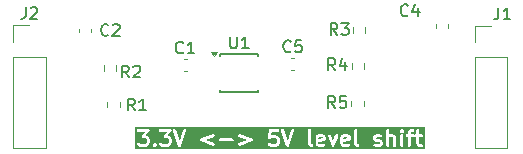
<source format=gbr>
%TF.GenerationSoftware,KiCad,Pcbnew,9.0.7*%
%TF.CreationDate,2026-02-08T14:26:31+09:00*%
%TF.ProjectId,level_shifter,6c657665-6c5f-4736-9869-667465722e6b,rev?*%
%TF.SameCoordinates,Original*%
%TF.FileFunction,Legend,Top*%
%TF.FilePolarity,Positive*%
%FSLAX46Y46*%
G04 Gerber Fmt 4.6, Leading zero omitted, Abs format (unit mm)*
G04 Created by KiCad (PCBNEW 9.0.7) date 2026-02-08 14:26:31*
%MOMM*%
%LPD*%
G01*
G04 APERTURE LIST*
%ADD10C,0.250000*%
%ADD11C,0.150000*%
%ADD12C,0.120000*%
G04 APERTURE END LIST*
D10*
G36*
X187168921Y-109926311D02*
G01*
X187195280Y-109979028D01*
X186829949Y-110052094D01*
X186829949Y-109986460D01*
X186860022Y-109926311D01*
X186920172Y-109896238D01*
X187108773Y-109896238D01*
X187168921Y-109926311D01*
G37*
G36*
X189273683Y-109926311D02*
G01*
X189300042Y-109979028D01*
X188934711Y-110052094D01*
X188934711Y-109986460D01*
X188964784Y-109926311D01*
X189024934Y-109896238D01*
X189213535Y-109896238D01*
X189273683Y-109926311D01*
G37*
G36*
X195824371Y-110907348D02*
G01*
X171333145Y-110907348D01*
X171333145Y-109313518D01*
X171477589Y-109313518D01*
X171477589Y-109362290D01*
X171496253Y-109407350D01*
X171530741Y-109441838D01*
X171575801Y-109460502D01*
X171600187Y-109462904D01*
X172129478Y-109462904D01*
X171877543Y-109750829D01*
X171870007Y-109761369D01*
X171867681Y-109763696D01*
X171866767Y-109765901D01*
X171863292Y-109770763D01*
X171856785Y-109790001D01*
X171849017Y-109808756D01*
X171849017Y-109812969D01*
X171847666Y-109816964D01*
X171849017Y-109837225D01*
X171849017Y-109857528D01*
X171850630Y-109861423D01*
X171850911Y-109865630D01*
X171859910Y-109883828D01*
X171867681Y-109902588D01*
X171870662Y-109905569D01*
X171872531Y-109909348D01*
X171887811Y-109922718D01*
X171902169Y-109937076D01*
X171906063Y-109938689D01*
X171909236Y-109941465D01*
X171928474Y-109947971D01*
X171947229Y-109955740D01*
X171953173Y-109956325D01*
X171955437Y-109957091D01*
X171958721Y-109956871D01*
X171971615Y-109958142D01*
X172127822Y-109958142D01*
X172207094Y-109997778D01*
X172240312Y-110030996D01*
X172279949Y-110110269D01*
X172279949Y-110360777D01*
X172240312Y-110440051D01*
X172207095Y-110473267D01*
X172127821Y-110512904D01*
X171815410Y-110512904D01*
X171736134Y-110473266D01*
X171688575Y-110425707D01*
X171669633Y-110410162D01*
X171624574Y-110391497D01*
X171575800Y-110391497D01*
X171530741Y-110410162D01*
X171496254Y-110444649D01*
X171477589Y-110489708D01*
X171477589Y-110538482D01*
X171496254Y-110583541D01*
X171511799Y-110602483D01*
X171573704Y-110664388D01*
X171583289Y-110672254D01*
X171585453Y-110674749D01*
X171589214Y-110677117D01*
X171592646Y-110679933D01*
X171595692Y-110681194D01*
X171606191Y-110687804D01*
X171729999Y-110749707D01*
X171752885Y-110758465D01*
X171757365Y-110758783D01*
X171761515Y-110760502D01*
X171785901Y-110762904D01*
X172157330Y-110762904D01*
X172181716Y-110760502D01*
X172185864Y-110758783D01*
X172190346Y-110758465D01*
X172213231Y-110749708D01*
X172337040Y-110687804D01*
X172347539Y-110681194D01*
X172350585Y-110679933D01*
X172354014Y-110677118D01*
X172357777Y-110674750D01*
X172359941Y-110672254D01*
X172369527Y-110664388D01*
X172431432Y-110602483D01*
X172439298Y-110592897D01*
X172441793Y-110590734D01*
X172444160Y-110586972D01*
X172446977Y-110583541D01*
X172448239Y-110580493D01*
X172454847Y-110569997D01*
X172464039Y-110551614D01*
X172777589Y-110551614D01*
X172777589Y-110600388D01*
X172796254Y-110645447D01*
X172796258Y-110645451D01*
X172811799Y-110664388D01*
X172873702Y-110726292D01*
X172892644Y-110741837D01*
X172892645Y-110741838D01*
X172903898Y-110746499D01*
X172937703Y-110760502D01*
X172937704Y-110760502D01*
X172937705Y-110760502D01*
X172986477Y-110760502D01*
X173031537Y-110741838D01*
X173031538Y-110741837D01*
X173050479Y-110726293D01*
X173112384Y-110664389D01*
X173127929Y-110645447D01*
X173146594Y-110600388D01*
X173146594Y-110551614D01*
X173143019Y-110542984D01*
X173136026Y-110526100D01*
X173127930Y-110506555D01*
X173127928Y-110506553D01*
X173112384Y-110487612D01*
X173050479Y-110425707D01*
X173031542Y-110410166D01*
X173031537Y-110410161D01*
X172998044Y-110396288D01*
X172986478Y-110391497D01*
X172986477Y-110391497D01*
X172937703Y-110391497D01*
X172911308Y-110402430D01*
X172892645Y-110410161D01*
X172892644Y-110410162D01*
X172873702Y-110425707D01*
X172811798Y-110487612D01*
X172796253Y-110506554D01*
X172788157Y-110526100D01*
X172781164Y-110542984D01*
X172777589Y-110551614D01*
X172464039Y-110551614D01*
X172516752Y-110446187D01*
X172525510Y-110423301D01*
X172525828Y-110418819D01*
X172527547Y-110414671D01*
X172529949Y-110390285D01*
X172529949Y-110080761D01*
X172527547Y-110056375D01*
X172525828Y-110052226D01*
X172525510Y-110047745D01*
X172516752Y-110024859D01*
X172454847Y-109901050D01*
X172448239Y-109890553D01*
X172446977Y-109887506D01*
X172444160Y-109884074D01*
X172441793Y-109880313D01*
X172439298Y-109878149D01*
X172431432Y-109868564D01*
X172369527Y-109806659D01*
X172359941Y-109798792D01*
X172357778Y-109796298D01*
X172354016Y-109793930D01*
X172350585Y-109791114D01*
X172347537Y-109789851D01*
X172337041Y-109783244D01*
X172228749Y-109729097D01*
X172499021Y-109420217D01*
X172506556Y-109409676D01*
X172508883Y-109407350D01*
X172509796Y-109405144D01*
X172513272Y-109400283D01*
X172519778Y-109381044D01*
X172527547Y-109362290D01*
X172527547Y-109358076D01*
X172528898Y-109354082D01*
X172527547Y-109333820D01*
X172527547Y-109313518D01*
X173334732Y-109313518D01*
X173334732Y-109362290D01*
X173353396Y-109407350D01*
X173387884Y-109441838D01*
X173432944Y-109460502D01*
X173457330Y-109462904D01*
X173986621Y-109462904D01*
X173734686Y-109750829D01*
X173727150Y-109761369D01*
X173724824Y-109763696D01*
X173723910Y-109765901D01*
X173720435Y-109770763D01*
X173713928Y-109790001D01*
X173706160Y-109808756D01*
X173706160Y-109812969D01*
X173704809Y-109816964D01*
X173706160Y-109837225D01*
X173706160Y-109857528D01*
X173707773Y-109861423D01*
X173708054Y-109865630D01*
X173717053Y-109883828D01*
X173724824Y-109902588D01*
X173727805Y-109905569D01*
X173729674Y-109909348D01*
X173744954Y-109922718D01*
X173759312Y-109937076D01*
X173763206Y-109938689D01*
X173766379Y-109941465D01*
X173785617Y-109947971D01*
X173804372Y-109955740D01*
X173810316Y-109956325D01*
X173812580Y-109957091D01*
X173815864Y-109956871D01*
X173828758Y-109958142D01*
X173984965Y-109958142D01*
X174064237Y-109997778D01*
X174097455Y-110030996D01*
X174137092Y-110110269D01*
X174137092Y-110360777D01*
X174097455Y-110440051D01*
X174064238Y-110473267D01*
X173984964Y-110512904D01*
X173672553Y-110512904D01*
X173593277Y-110473266D01*
X173545718Y-110425707D01*
X173526776Y-110410162D01*
X173481717Y-110391497D01*
X173432943Y-110391497D01*
X173387884Y-110410162D01*
X173353397Y-110444649D01*
X173334732Y-110489708D01*
X173334732Y-110538482D01*
X173353397Y-110583541D01*
X173368942Y-110602483D01*
X173430847Y-110664388D01*
X173440432Y-110672254D01*
X173442596Y-110674749D01*
X173446357Y-110677117D01*
X173449789Y-110679933D01*
X173452835Y-110681194D01*
X173463334Y-110687804D01*
X173587142Y-110749707D01*
X173610028Y-110758465D01*
X173614508Y-110758783D01*
X173618658Y-110760502D01*
X173643044Y-110762904D01*
X174014473Y-110762904D01*
X174038859Y-110760502D01*
X174043007Y-110758783D01*
X174047489Y-110758465D01*
X174070374Y-110749708D01*
X174194183Y-110687804D01*
X174204682Y-110681194D01*
X174207728Y-110679933D01*
X174211157Y-110677118D01*
X174214920Y-110674750D01*
X174217084Y-110672254D01*
X174226670Y-110664388D01*
X174288575Y-110602483D01*
X174296441Y-110592897D01*
X174298936Y-110590734D01*
X174301303Y-110586972D01*
X174304120Y-110583541D01*
X174305382Y-110580493D01*
X174311990Y-110569997D01*
X174373895Y-110446187D01*
X174382653Y-110423301D01*
X174382971Y-110418819D01*
X174384690Y-110414671D01*
X174387092Y-110390285D01*
X174387092Y-110080761D01*
X174384690Y-110056375D01*
X174382971Y-110052226D01*
X174382653Y-110047745D01*
X174373895Y-110024859D01*
X174311990Y-109901050D01*
X174305382Y-109890553D01*
X174304120Y-109887506D01*
X174301303Y-109884074D01*
X174298936Y-109880313D01*
X174296441Y-109878149D01*
X174288575Y-109868564D01*
X174226670Y-109806659D01*
X174217084Y-109798792D01*
X174214921Y-109796298D01*
X174211159Y-109793930D01*
X174207728Y-109791114D01*
X174204680Y-109789851D01*
X174194184Y-109783244D01*
X174085892Y-109729097D01*
X174356164Y-109420217D01*
X174363699Y-109409676D01*
X174366026Y-109407350D01*
X174366939Y-109405144D01*
X174370415Y-109400283D01*
X174376921Y-109381044D01*
X174384690Y-109362290D01*
X174384690Y-109358076D01*
X174386041Y-109354082D01*
X174386005Y-109353538D01*
X174509502Y-109353538D01*
X174514935Y-109377432D01*
X174948268Y-110677432D01*
X174958258Y-110699807D01*
X174964108Y-110706553D01*
X174968104Y-110714544D01*
X174979945Y-110724813D01*
X174990213Y-110736653D01*
X174998202Y-110740647D01*
X175004949Y-110746499D01*
X175019816Y-110751454D01*
X175033837Y-110758465D01*
X175042747Y-110759098D01*
X175051219Y-110761922D01*
X175066852Y-110760811D01*
X175082487Y-110761922D01*
X175090958Y-110759098D01*
X175099868Y-110758465D01*
X175113888Y-110751454D01*
X175128756Y-110746499D01*
X175135502Y-110740648D01*
X175143493Y-110736653D01*
X175153762Y-110724811D01*
X175165602Y-110714544D01*
X175169596Y-110706555D01*
X175175448Y-110699808D01*
X175185438Y-110677433D01*
X175370432Y-110122452D01*
X176800641Y-110122452D01*
X176801327Y-110142665D01*
X176800641Y-110162880D01*
X176802149Y-110166901D01*
X176802295Y-110171197D01*
X176810665Y-110189610D01*
X176817766Y-110208546D01*
X176820699Y-110211685D01*
X176822478Y-110215598D01*
X176837256Y-110229405D01*
X176851064Y-110244184D01*
X176854976Y-110245962D01*
X176858116Y-110248896D01*
X176880106Y-110259707D01*
X177870583Y-110631136D01*
X177894259Y-110637450D01*
X177943004Y-110635796D01*
X177987405Y-110615613D01*
X178020703Y-110579975D01*
X178037828Y-110534309D01*
X178036174Y-110485564D01*
X178015991Y-110441163D01*
X177980353Y-110407865D01*
X177958363Y-110397054D01*
X177279995Y-110142666D01*
X177345025Y-110118280D01*
X178410922Y-110118280D01*
X178410922Y-110167052D01*
X178429586Y-110212112D01*
X178464074Y-110246600D01*
X178509134Y-110265264D01*
X178533520Y-110267666D01*
X179523997Y-110267666D01*
X179548383Y-110265264D01*
X179593443Y-110246600D01*
X179627931Y-110212112D01*
X179646595Y-110167052D01*
X179646595Y-110118280D01*
X179627931Y-110073220D01*
X179593443Y-110038732D01*
X179548383Y-110020068D01*
X179523997Y-110017666D01*
X178533520Y-110017666D01*
X178509134Y-110020068D01*
X178464074Y-110038732D01*
X178429586Y-110073220D01*
X178410922Y-110118280D01*
X177345025Y-110118280D01*
X177958364Y-109888279D01*
X177980354Y-109877467D01*
X178015991Y-109844170D01*
X178036174Y-109799769D01*
X178037828Y-109751024D01*
X180019689Y-109751024D01*
X180021343Y-109799769D01*
X180041526Y-109844170D01*
X180077164Y-109877468D01*
X180099154Y-109888279D01*
X180777521Y-110142666D01*
X180099154Y-110397054D01*
X180077164Y-110407865D01*
X180041526Y-110441163D01*
X180021343Y-110485564D01*
X180019689Y-110534309D01*
X180036814Y-110579975D01*
X180070112Y-110615613D01*
X180114513Y-110635796D01*
X180163258Y-110637450D01*
X180186934Y-110631136D01*
X181177411Y-110259707D01*
X181199401Y-110248896D01*
X181202539Y-110245963D01*
X181206454Y-110244184D01*
X181220265Y-110229401D01*
X181235039Y-110215598D01*
X181236817Y-110211686D01*
X181239751Y-110208546D01*
X181246851Y-110189610D01*
X181255222Y-110171197D01*
X181255367Y-110166901D01*
X181256876Y-110162880D01*
X181256190Y-110142665D01*
X181256876Y-110122452D01*
X181255367Y-110118430D01*
X181255222Y-110114135D01*
X181246851Y-110095721D01*
X181239751Y-110076786D01*
X181236817Y-110073646D01*
X181235039Y-110069734D01*
X181220261Y-110055926D01*
X181206453Y-110041148D01*
X181202540Y-110039369D01*
X181199402Y-110036437D01*
X181177412Y-110025625D01*
X181026459Y-109969018D01*
X182556724Y-109969018D01*
X182558542Y-109975043D01*
X182558542Y-109981340D01*
X182565535Y-109998221D01*
X182570812Y-110015712D01*
X182574798Y-110020584D01*
X182577207Y-110026399D01*
X182590126Y-110039318D01*
X182601697Y-110053460D01*
X182607243Y-110056435D01*
X182611694Y-110060886D01*
X182628576Y-110067878D01*
X182644676Y-110076515D01*
X182650938Y-110077141D01*
X182656754Y-110079550D01*
X182675026Y-110079550D01*
X182693206Y-110081368D01*
X182699232Y-110079550D01*
X182705528Y-110079550D01*
X182722409Y-110072556D01*
X182739900Y-110067280D01*
X182744772Y-110063293D01*
X182750587Y-110060885D01*
X182769529Y-110045340D01*
X182817090Y-109997777D01*
X182896362Y-109958142D01*
X183146870Y-109958142D01*
X183226142Y-109997778D01*
X183259360Y-110030996D01*
X183298997Y-110110269D01*
X183298997Y-110360777D01*
X183259360Y-110440051D01*
X183226143Y-110473267D01*
X183146869Y-110512904D01*
X182896363Y-110512904D01*
X182817089Y-110473267D01*
X182769529Y-110425707D01*
X182750587Y-110410162D01*
X182705528Y-110391497D01*
X182656754Y-110391497D01*
X182611694Y-110410161D01*
X182577207Y-110444648D01*
X182558542Y-110489707D01*
X182558542Y-110538481D01*
X182577206Y-110583541D01*
X182592751Y-110602483D01*
X182654655Y-110664388D01*
X182664244Y-110672257D01*
X182666406Y-110674750D01*
X182670164Y-110677115D01*
X182673597Y-110679933D01*
X182676645Y-110681195D01*
X182687143Y-110687804D01*
X182810953Y-110749708D01*
X182833838Y-110758465D01*
X182838318Y-110758783D01*
X182842468Y-110760502D01*
X182866854Y-110762904D01*
X183176378Y-110762904D01*
X183200764Y-110760502D01*
X183204912Y-110758783D01*
X183209394Y-110758465D01*
X183232279Y-110749708D01*
X183356088Y-110687804D01*
X183366587Y-110681194D01*
X183369633Y-110679933D01*
X183373062Y-110677118D01*
X183376825Y-110674750D01*
X183378989Y-110672254D01*
X183388575Y-110664388D01*
X183450480Y-110602483D01*
X183458346Y-110592897D01*
X183460841Y-110590734D01*
X183463208Y-110586972D01*
X183466025Y-110583541D01*
X183467287Y-110580493D01*
X183473895Y-110569997D01*
X183535800Y-110446187D01*
X183544558Y-110423301D01*
X183544876Y-110418819D01*
X183546595Y-110414671D01*
X183548997Y-110390285D01*
X183548997Y-110080761D01*
X183546595Y-110056375D01*
X183544876Y-110052226D01*
X183544558Y-110047745D01*
X183535800Y-110024859D01*
X183473895Y-109901050D01*
X183467287Y-109890553D01*
X183466025Y-109887506D01*
X183463208Y-109884074D01*
X183460841Y-109880313D01*
X183458346Y-109878149D01*
X183450480Y-109868564D01*
X183388575Y-109806659D01*
X183378989Y-109798792D01*
X183376826Y-109796298D01*
X183373064Y-109793930D01*
X183369633Y-109791114D01*
X183366585Y-109789851D01*
X183356089Y-109783244D01*
X183232280Y-109721339D01*
X183209394Y-109712581D01*
X183204912Y-109712262D01*
X183200764Y-109710544D01*
X183176378Y-109708142D01*
X182866854Y-109708142D01*
X182842468Y-109710544D01*
X182838319Y-109712262D01*
X182833838Y-109712581D01*
X182831095Y-109713630D01*
X182856168Y-109462904D01*
X183362092Y-109462904D01*
X183386478Y-109460502D01*
X183431538Y-109441838D01*
X183466026Y-109407350D01*
X183484690Y-109362290D01*
X183484690Y-109353538D01*
X183671407Y-109353538D01*
X183676840Y-109377432D01*
X184110173Y-110677432D01*
X184120163Y-110699807D01*
X184126013Y-110706553D01*
X184130009Y-110714544D01*
X184141850Y-110724813D01*
X184152118Y-110736653D01*
X184160107Y-110740647D01*
X184166854Y-110746499D01*
X184181721Y-110751454D01*
X184195742Y-110758465D01*
X184204652Y-110759098D01*
X184213124Y-110761922D01*
X184228757Y-110760811D01*
X184244392Y-110761922D01*
X184252863Y-110759098D01*
X184261773Y-110758465D01*
X184275793Y-110751454D01*
X184290661Y-110746499D01*
X184297407Y-110740648D01*
X184305398Y-110736653D01*
X184315667Y-110724811D01*
X184327507Y-110714544D01*
X184331501Y-110706555D01*
X184337353Y-110699808D01*
X184347343Y-110677433D01*
X184780678Y-109377432D01*
X184786110Y-109353538D01*
X184784999Y-109337904D01*
X185960901Y-109337904D01*
X185960901Y-110452190D01*
X185963303Y-110476576D01*
X185965021Y-110480724D01*
X185965340Y-110485206D01*
X185974098Y-110508092D01*
X186036003Y-110631902D01*
X186038568Y-110635977D01*
X186039211Y-110637905D01*
X186041292Y-110640305D01*
X186049057Y-110652639D01*
X186060896Y-110662907D01*
X186071168Y-110674750D01*
X186083505Y-110682516D01*
X186085902Y-110684595D01*
X186087826Y-110685236D01*
X186091905Y-110687804D01*
X186215715Y-110749708D01*
X186238600Y-110758465D01*
X186287250Y-110761922D01*
X186333521Y-110746499D01*
X186370365Y-110714542D01*
X186392177Y-110670919D01*
X186395634Y-110622269D01*
X186380210Y-110575999D01*
X186348254Y-110539154D01*
X186327517Y-110526100D01*
X186240974Y-110482829D01*
X186210901Y-110422682D01*
X186210901Y-109956952D01*
X186579949Y-109956952D01*
X186579949Y-110452190D01*
X186582351Y-110476576D01*
X186584069Y-110480725D01*
X186584388Y-110485205D01*
X186593145Y-110508091D01*
X186655049Y-110631901D01*
X186657615Y-110635978D01*
X186658258Y-110637905D01*
X186660338Y-110640303D01*
X186668103Y-110652638D01*
X186679943Y-110662907D01*
X186690215Y-110674750D01*
X186702553Y-110682516D01*
X186704948Y-110684594D01*
X186706871Y-110685235D01*
X186710952Y-110687804D01*
X186834762Y-110749708D01*
X186857647Y-110758465D01*
X186862127Y-110758783D01*
X186866277Y-110760502D01*
X186890663Y-110762904D01*
X187138282Y-110762904D01*
X187162668Y-110760502D01*
X187166816Y-110758783D01*
X187171298Y-110758465D01*
X187194183Y-110749708D01*
X187317992Y-110687804D01*
X187338729Y-110674750D01*
X187370685Y-110637905D01*
X187386109Y-110591634D01*
X187382651Y-110542985D01*
X187360840Y-110499362D01*
X187323995Y-110467405D01*
X187277725Y-110451982D01*
X187229075Y-110455439D01*
X187206189Y-110464197D01*
X187108773Y-110512904D01*
X186920172Y-110512904D01*
X186860022Y-110482830D01*
X186829949Y-110422681D01*
X186829949Y-110307046D01*
X187348381Y-110203359D01*
X187348382Y-110203359D01*
X187348382Y-110203358D01*
X187348511Y-110203333D01*
X187371952Y-110196196D01*
X187382127Y-110189381D01*
X187393442Y-110184695D01*
X187402192Y-110175944D01*
X187412477Y-110169057D01*
X187419271Y-110158865D01*
X187427930Y-110150207D01*
X187432665Y-110138775D01*
X187439532Y-110128475D01*
X187441909Y-110116457D01*
X187446594Y-110105147D01*
X187448996Y-110080761D01*
X187448996Y-109956952D01*
X187446594Y-109932566D01*
X187444875Y-109928417D01*
X187444557Y-109923936D01*
X187435799Y-109901050D01*
X187380027Y-109789507D01*
X187633672Y-109789507D01*
X187639612Y-109813280D01*
X187949136Y-110679946D01*
X187959600Y-110702104D01*
X187963811Y-110706755D01*
X187966497Y-110712426D01*
X187980055Y-110724699D01*
X187992332Y-110738261D01*
X187998003Y-110740947D01*
X188002655Y-110745158D01*
X188019881Y-110751310D01*
X188036411Y-110759140D01*
X188042675Y-110759451D01*
X188048585Y-110761562D01*
X188066854Y-110760653D01*
X188085123Y-110761562D01*
X188091032Y-110759451D01*
X188097297Y-110759140D01*
X188113824Y-110751311D01*
X188131054Y-110745158D01*
X188135705Y-110740946D01*
X188141376Y-110738261D01*
X188153649Y-110724702D01*
X188167211Y-110712426D01*
X188169897Y-110706754D01*
X188174108Y-110702103D01*
X188184572Y-110679946D01*
X188442784Y-109956952D01*
X188684711Y-109956952D01*
X188684711Y-110452190D01*
X188687113Y-110476576D01*
X188688831Y-110480725D01*
X188689150Y-110485205D01*
X188697907Y-110508091D01*
X188759811Y-110631901D01*
X188762377Y-110635978D01*
X188763020Y-110637905D01*
X188765100Y-110640303D01*
X188772865Y-110652638D01*
X188784705Y-110662907D01*
X188794977Y-110674750D01*
X188807315Y-110682516D01*
X188809710Y-110684594D01*
X188811633Y-110685235D01*
X188815714Y-110687804D01*
X188939524Y-110749708D01*
X188962409Y-110758465D01*
X188966889Y-110758783D01*
X188971039Y-110760502D01*
X188995425Y-110762904D01*
X189243044Y-110762904D01*
X189267430Y-110760502D01*
X189271578Y-110758783D01*
X189276060Y-110758465D01*
X189298945Y-110749708D01*
X189422754Y-110687804D01*
X189443491Y-110674750D01*
X189475447Y-110637905D01*
X189490871Y-110591634D01*
X189487413Y-110542985D01*
X189465602Y-110499362D01*
X189428757Y-110467405D01*
X189382487Y-110451982D01*
X189333837Y-110455439D01*
X189310951Y-110464197D01*
X189213535Y-110512904D01*
X189024934Y-110512904D01*
X188964784Y-110482830D01*
X188934711Y-110422681D01*
X188934711Y-110307046D01*
X189453143Y-110203359D01*
X189453144Y-110203359D01*
X189453144Y-110203358D01*
X189453273Y-110203333D01*
X189476714Y-110196196D01*
X189486889Y-110189381D01*
X189498204Y-110184695D01*
X189506954Y-110175944D01*
X189517239Y-110169057D01*
X189524033Y-110158865D01*
X189532692Y-110150207D01*
X189537427Y-110138775D01*
X189544294Y-110128475D01*
X189546671Y-110116457D01*
X189551356Y-110105147D01*
X189553758Y-110080761D01*
X189553758Y-109956952D01*
X189551356Y-109932566D01*
X189549637Y-109928417D01*
X189549319Y-109923936D01*
X189540561Y-109901050D01*
X189478656Y-109777240D01*
X189476088Y-109773161D01*
X189475447Y-109771237D01*
X189473368Y-109768840D01*
X189465602Y-109756503D01*
X189453760Y-109746233D01*
X189443491Y-109734392D01*
X189431153Y-109726625D01*
X189428757Y-109724547D01*
X189426832Y-109723905D01*
X189422754Y-109721338D01*
X189298945Y-109659434D01*
X189276060Y-109650677D01*
X189271578Y-109650358D01*
X189267430Y-109648640D01*
X189243044Y-109646238D01*
X188995425Y-109646238D01*
X188971039Y-109648640D01*
X188966889Y-109650358D01*
X188962409Y-109650677D01*
X188939524Y-109659434D01*
X188815714Y-109721338D01*
X188811633Y-109723906D01*
X188809710Y-109724548D01*
X188807315Y-109726625D01*
X188794977Y-109734392D01*
X188784705Y-109746234D01*
X188772865Y-109756504D01*
X188765100Y-109768838D01*
X188763020Y-109771237D01*
X188762377Y-109773163D01*
X188759811Y-109777241D01*
X188697907Y-109901051D01*
X188689150Y-109923937D01*
X188688831Y-109928416D01*
X188687113Y-109932566D01*
X188684711Y-109956952D01*
X188442784Y-109956952D01*
X188494095Y-109813280D01*
X188500035Y-109789506D01*
X188497613Y-109740794D01*
X188476734Y-109696716D01*
X188440577Y-109663984D01*
X188394646Y-109647580D01*
X188345934Y-109650001D01*
X188301855Y-109670881D01*
X188269123Y-109707038D01*
X188258659Y-109729196D01*
X188066853Y-110266251D01*
X187875048Y-109729196D01*
X187864584Y-109707038D01*
X187831852Y-109670881D01*
X187787773Y-109650002D01*
X187739061Y-109647580D01*
X187693130Y-109663984D01*
X187656973Y-109696716D01*
X187636094Y-109740795D01*
X187633672Y-109789507D01*
X187380027Y-109789507D01*
X187373894Y-109777240D01*
X187371326Y-109773161D01*
X187370685Y-109771237D01*
X187368606Y-109768840D01*
X187360840Y-109756503D01*
X187348998Y-109746233D01*
X187338729Y-109734392D01*
X187326391Y-109726625D01*
X187323995Y-109724547D01*
X187322070Y-109723905D01*
X187317992Y-109721338D01*
X187194183Y-109659434D01*
X187171298Y-109650677D01*
X187166816Y-109650358D01*
X187162668Y-109648640D01*
X187138282Y-109646238D01*
X186890663Y-109646238D01*
X186866277Y-109648640D01*
X186862127Y-109650358D01*
X186857647Y-109650677D01*
X186834762Y-109659434D01*
X186710952Y-109721338D01*
X186706871Y-109723906D01*
X186704948Y-109724548D01*
X186702553Y-109726625D01*
X186690215Y-109734392D01*
X186679943Y-109746234D01*
X186668103Y-109756504D01*
X186660338Y-109768838D01*
X186658258Y-109771237D01*
X186657615Y-109773163D01*
X186655049Y-109777241D01*
X186593145Y-109901051D01*
X186584388Y-109923937D01*
X186584069Y-109928416D01*
X186582351Y-109932566D01*
X186579949Y-109956952D01*
X186210901Y-109956952D01*
X186210901Y-109337904D01*
X189860901Y-109337904D01*
X189860901Y-110452190D01*
X189863303Y-110476576D01*
X189865021Y-110480724D01*
X189865340Y-110485206D01*
X189874098Y-110508092D01*
X189936003Y-110631902D01*
X189938568Y-110635977D01*
X189939211Y-110637905D01*
X189941292Y-110640305D01*
X189949057Y-110652639D01*
X189960896Y-110662907D01*
X189971168Y-110674750D01*
X189983505Y-110682516D01*
X189985902Y-110684595D01*
X189987826Y-110685236D01*
X189991905Y-110687804D01*
X190115715Y-110749708D01*
X190138600Y-110758465D01*
X190187250Y-110761922D01*
X190233521Y-110746499D01*
X190270365Y-110714542D01*
X190292177Y-110670919D01*
X190295634Y-110622269D01*
X190280210Y-110575999D01*
X190248254Y-110539154D01*
X190227517Y-110526100D01*
X190140974Y-110482829D01*
X190110901Y-110422682D01*
X190110901Y-109956952D01*
X191470425Y-109956952D01*
X191470425Y-110018857D01*
X191472827Y-110043243D01*
X191474545Y-110047391D01*
X191474864Y-110051873D01*
X191483621Y-110074758D01*
X191545525Y-110198567D01*
X191548092Y-110202645D01*
X191548734Y-110204570D01*
X191550812Y-110206966D01*
X191558579Y-110219304D01*
X191570420Y-110229573D01*
X191580690Y-110241415D01*
X191593027Y-110249181D01*
X191595424Y-110251260D01*
X191597348Y-110251901D01*
X191601427Y-110254469D01*
X191725237Y-110316374D01*
X191748123Y-110325132D01*
X191752604Y-110325450D01*
X191756753Y-110327169D01*
X191781139Y-110329571D01*
X191937345Y-110329571D01*
X191997492Y-110359644D01*
X192027567Y-110419793D01*
X192027567Y-110422681D01*
X191997493Y-110482830D01*
X191937344Y-110512904D01*
X191748743Y-110512904D01*
X191651326Y-110464196D01*
X191628441Y-110455439D01*
X191579791Y-110451981D01*
X191533520Y-110467405D01*
X191496676Y-110499361D01*
X191474864Y-110542984D01*
X191471406Y-110591634D01*
X191486830Y-110637905D01*
X191518786Y-110674749D01*
X191539524Y-110687804D01*
X191663332Y-110749707D01*
X191686218Y-110758465D01*
X191690698Y-110758783D01*
X191694848Y-110760502D01*
X191719234Y-110762904D01*
X191966853Y-110762904D01*
X191991239Y-110760502D01*
X191995388Y-110758783D01*
X191999868Y-110758465D01*
X192022754Y-110749708D01*
X192146564Y-110687804D01*
X192150641Y-110685237D01*
X192152568Y-110684595D01*
X192154966Y-110682514D01*
X192167301Y-110674750D01*
X192177570Y-110662909D01*
X192189413Y-110652638D01*
X192197179Y-110640299D01*
X192199257Y-110637905D01*
X192199898Y-110635981D01*
X192202467Y-110631901D01*
X192264371Y-110508091D01*
X192273128Y-110485206D01*
X192273446Y-110480725D01*
X192275165Y-110476576D01*
X192277567Y-110452190D01*
X192277567Y-110390285D01*
X192275165Y-110365899D01*
X192273446Y-110361749D01*
X192273128Y-110357269D01*
X192264370Y-110334383D01*
X192202467Y-110210575D01*
X192199899Y-110206496D01*
X192199258Y-110204572D01*
X192197178Y-110202174D01*
X192189412Y-110189837D01*
X192177570Y-110179566D01*
X192167302Y-110167727D01*
X192154968Y-110159963D01*
X192152568Y-110157881D01*
X192150640Y-110157238D01*
X192146565Y-110154673D01*
X192022755Y-110092768D01*
X191999869Y-110084010D01*
X191995387Y-110083691D01*
X191991239Y-110081973D01*
X191966853Y-110079571D01*
X191810647Y-110079571D01*
X191750498Y-110049496D01*
X191720425Y-109989348D01*
X191720425Y-109986460D01*
X191750498Y-109926311D01*
X191810648Y-109896238D01*
X191937344Y-109896238D01*
X192034762Y-109944946D01*
X192057647Y-109953703D01*
X192106297Y-109957160D01*
X192152568Y-109941737D01*
X192189412Y-109909780D01*
X192211224Y-109866157D01*
X192214681Y-109817507D01*
X192199257Y-109771237D01*
X192167301Y-109734392D01*
X192146564Y-109721338D01*
X192022754Y-109659434D01*
X191999868Y-109650677D01*
X191995388Y-109650358D01*
X191991239Y-109648640D01*
X191966853Y-109646238D01*
X191781139Y-109646238D01*
X191756753Y-109648640D01*
X191752603Y-109650358D01*
X191748123Y-109650677D01*
X191725238Y-109659434D01*
X191601428Y-109721338D01*
X191597347Y-109723906D01*
X191595424Y-109724548D01*
X191593029Y-109726625D01*
X191580691Y-109734392D01*
X191570419Y-109746234D01*
X191558579Y-109756504D01*
X191550814Y-109768838D01*
X191548734Y-109771237D01*
X191548091Y-109773163D01*
X191545525Y-109777241D01*
X191483621Y-109901051D01*
X191474864Y-109923937D01*
X191474545Y-109928416D01*
X191472827Y-109932566D01*
X191470425Y-109956952D01*
X190110901Y-109956952D01*
X190110901Y-109337904D01*
X192584710Y-109337904D01*
X192584710Y-110637904D01*
X192587112Y-110662290D01*
X192605776Y-110707350D01*
X192640264Y-110741838D01*
X192685324Y-110760502D01*
X192734096Y-110760502D01*
X192779156Y-110741838D01*
X192813644Y-110707350D01*
X192832308Y-110662290D01*
X192834710Y-110637904D01*
X192834710Y-109946823D01*
X192845657Y-109935875D01*
X192924934Y-109896238D01*
X193051630Y-109896238D01*
X193111778Y-109926311D01*
X193141853Y-109986460D01*
X193141853Y-110637904D01*
X193144255Y-110662290D01*
X193162919Y-110707350D01*
X193197407Y-110741838D01*
X193242467Y-110760502D01*
X193291239Y-110760502D01*
X193336299Y-110741838D01*
X193370787Y-110707350D01*
X193389451Y-110662290D01*
X193391853Y-110637904D01*
X193391853Y-109956952D01*
X193389451Y-109932566D01*
X193387732Y-109928417D01*
X193387414Y-109923936D01*
X193378656Y-109901050D01*
X193316751Y-109777240D01*
X193314183Y-109773161D01*
X193313542Y-109771238D01*
X193760900Y-109771238D01*
X193760900Y-110637904D01*
X193763302Y-110662290D01*
X193781966Y-110707350D01*
X193816454Y-110741838D01*
X193861514Y-110760502D01*
X193910286Y-110760502D01*
X193955346Y-110741838D01*
X193989834Y-110707350D01*
X194008498Y-110662290D01*
X194010900Y-110637904D01*
X194010900Y-109771238D01*
X194008498Y-109746852D01*
X194196636Y-109746852D01*
X194196636Y-109795624D01*
X194215300Y-109840684D01*
X194249788Y-109875172D01*
X194294848Y-109893836D01*
X194319234Y-109896238D01*
X194379948Y-109896238D01*
X194379948Y-110637904D01*
X194382350Y-110662290D01*
X194401014Y-110707350D01*
X194435502Y-110741838D01*
X194480562Y-110760502D01*
X194529334Y-110760502D01*
X194574394Y-110741838D01*
X194608882Y-110707350D01*
X194627546Y-110662290D01*
X194629948Y-110637904D01*
X194629948Y-109896238D01*
X194814472Y-109896238D01*
X194838858Y-109893836D01*
X194883918Y-109875172D01*
X194918406Y-109840684D01*
X194937070Y-109795624D01*
X194937070Y-109746852D01*
X194939493Y-109746852D01*
X194939493Y-109795624D01*
X194958157Y-109840684D01*
X194992645Y-109875172D01*
X195037705Y-109893836D01*
X195062091Y-109896238D01*
X195122805Y-109896238D01*
X195122805Y-110452190D01*
X195125207Y-110476576D01*
X195126925Y-110480724D01*
X195127244Y-110485206D01*
X195136002Y-110508092D01*
X195197907Y-110631902D01*
X195200472Y-110635977D01*
X195201115Y-110637905D01*
X195203196Y-110640305D01*
X195210961Y-110652639D01*
X195222800Y-110662907D01*
X195233072Y-110674750D01*
X195245409Y-110682516D01*
X195247806Y-110684595D01*
X195249730Y-110685236D01*
X195253809Y-110687804D01*
X195377619Y-110749708D01*
X195400504Y-110758465D01*
X195404984Y-110758783D01*
X195409134Y-110760502D01*
X195433520Y-110762904D01*
X195557329Y-110762904D01*
X195581715Y-110760502D01*
X195626775Y-110741838D01*
X195661263Y-110707350D01*
X195679927Y-110662290D01*
X195679927Y-110613518D01*
X195661263Y-110568458D01*
X195626775Y-110533970D01*
X195581715Y-110515306D01*
X195557329Y-110512904D01*
X195463029Y-110512904D01*
X195402878Y-110482829D01*
X195372805Y-110422682D01*
X195372805Y-109896238D01*
X195557329Y-109896238D01*
X195581715Y-109893836D01*
X195626775Y-109875172D01*
X195661263Y-109840684D01*
X195679927Y-109795624D01*
X195679927Y-109746852D01*
X195661263Y-109701792D01*
X195626775Y-109667304D01*
X195581715Y-109648640D01*
X195557329Y-109646238D01*
X195372805Y-109646238D01*
X195372805Y-109337904D01*
X195370403Y-109313518D01*
X195351739Y-109268458D01*
X195317251Y-109233970D01*
X195272191Y-109215306D01*
X195223419Y-109215306D01*
X195178359Y-109233970D01*
X195143871Y-109268458D01*
X195125207Y-109313518D01*
X195122805Y-109337904D01*
X195122805Y-109646238D01*
X195062091Y-109646238D01*
X195037705Y-109648640D01*
X194992645Y-109667304D01*
X194958157Y-109701792D01*
X194939493Y-109746852D01*
X194937070Y-109746852D01*
X194918406Y-109701792D01*
X194883918Y-109667304D01*
X194838858Y-109648640D01*
X194814472Y-109646238D01*
X194629948Y-109646238D01*
X194629948Y-109553127D01*
X194660022Y-109492978D01*
X194720171Y-109462904D01*
X194814472Y-109462904D01*
X194838858Y-109460502D01*
X194883918Y-109441838D01*
X194918406Y-109407350D01*
X194937070Y-109362290D01*
X194937070Y-109313518D01*
X194918406Y-109268458D01*
X194883918Y-109233970D01*
X194838858Y-109215306D01*
X194814472Y-109212904D01*
X194690663Y-109212904D01*
X194666277Y-109215306D01*
X194662128Y-109217024D01*
X194657647Y-109217343D01*
X194634761Y-109226101D01*
X194510951Y-109288006D01*
X194506874Y-109290572D01*
X194504949Y-109291214D01*
X194502550Y-109293293D01*
X194490214Y-109301060D01*
X194479944Y-109312900D01*
X194468104Y-109323170D01*
X194460337Y-109335506D01*
X194458258Y-109337905D01*
X194457616Y-109339830D01*
X194455050Y-109343907D01*
X194393145Y-109467717D01*
X194384387Y-109490603D01*
X194384068Y-109495084D01*
X194382350Y-109499233D01*
X194379948Y-109523619D01*
X194379948Y-109646238D01*
X194319234Y-109646238D01*
X194294848Y-109648640D01*
X194249788Y-109667304D01*
X194215300Y-109701792D01*
X194196636Y-109746852D01*
X194008498Y-109746852D01*
X193989834Y-109701792D01*
X193955346Y-109667304D01*
X193910286Y-109648640D01*
X193861514Y-109648640D01*
X193816454Y-109667304D01*
X193781966Y-109701792D01*
X193763302Y-109746852D01*
X193760900Y-109771238D01*
X193313542Y-109771238D01*
X193313542Y-109771237D01*
X193311463Y-109768840D01*
X193303697Y-109756503D01*
X193291855Y-109746233D01*
X193281586Y-109734392D01*
X193269248Y-109726625D01*
X193266852Y-109724547D01*
X193264927Y-109723905D01*
X193260849Y-109721338D01*
X193137040Y-109659434D01*
X193114155Y-109650677D01*
X193109673Y-109650358D01*
X193105525Y-109648640D01*
X193081139Y-109646238D01*
X192895425Y-109646238D01*
X192871039Y-109648640D01*
X192866889Y-109650358D01*
X192862409Y-109650677D01*
X192839524Y-109659434D01*
X192834710Y-109661840D01*
X192834710Y-109375421D01*
X193701398Y-109375421D01*
X193701398Y-109375422D01*
X193701398Y-109375423D01*
X193701398Y-109424197D01*
X193708706Y-109441838D01*
X193720062Y-109469255D01*
X193735607Y-109488197D01*
X193797511Y-109550102D01*
X193816453Y-109565647D01*
X193816454Y-109565648D01*
X193835117Y-109573378D01*
X193861512Y-109584312D01*
X193861513Y-109584312D01*
X193861514Y-109584312D01*
X193910286Y-109584312D01*
X193910287Y-109584312D01*
X193923484Y-109578845D01*
X193955346Y-109565648D01*
X193955351Y-109565642D01*
X193974288Y-109550102D01*
X194036193Y-109488197D01*
X194051738Y-109469255D01*
X194070403Y-109424196D01*
X194070403Y-109375422D01*
X194051738Y-109330363D01*
X194051737Y-109330362D01*
X194036193Y-109311421D01*
X193974288Y-109249516D01*
X193955351Y-109233975D01*
X193955346Y-109233970D01*
X193923484Y-109220772D01*
X193910287Y-109215306D01*
X193910286Y-109215306D01*
X193861512Y-109215306D01*
X193835452Y-109226101D01*
X193816454Y-109233970D01*
X193816453Y-109233971D01*
X193797511Y-109249516D01*
X193735607Y-109311421D01*
X193720062Y-109330363D01*
X193716938Y-109337905D01*
X193701398Y-109375421D01*
X192834710Y-109375421D01*
X192834710Y-109337904D01*
X192832308Y-109313518D01*
X192813644Y-109268458D01*
X192779156Y-109233970D01*
X192734096Y-109215306D01*
X192685324Y-109215306D01*
X192640264Y-109233970D01*
X192605776Y-109268458D01*
X192587112Y-109313518D01*
X192584710Y-109337904D01*
X190110901Y-109337904D01*
X190108499Y-109313518D01*
X190089835Y-109268458D01*
X190055347Y-109233970D01*
X190010287Y-109215306D01*
X189961515Y-109215306D01*
X189916455Y-109233970D01*
X189881967Y-109268458D01*
X189863303Y-109313518D01*
X189860901Y-109337904D01*
X186210901Y-109337904D01*
X186208499Y-109313518D01*
X186189835Y-109268458D01*
X186155347Y-109233970D01*
X186110287Y-109215306D01*
X186061515Y-109215306D01*
X186016455Y-109233970D01*
X185981967Y-109268458D01*
X185963303Y-109313518D01*
X185960901Y-109337904D01*
X184784999Y-109337904D01*
X184782653Y-109304888D01*
X184760841Y-109261264D01*
X184723996Y-109229308D01*
X184677727Y-109213885D01*
X184629077Y-109217342D01*
X184585452Y-109239154D01*
X184553497Y-109276000D01*
X184543507Y-109298375D01*
X184228758Y-110242620D01*
X183914010Y-109298376D01*
X183904020Y-109276001D01*
X183872065Y-109239155D01*
X183828440Y-109217343D01*
X183779791Y-109213886D01*
X183733522Y-109229309D01*
X183696676Y-109261264D01*
X183674864Y-109304889D01*
X183671407Y-109353538D01*
X183484690Y-109353538D01*
X183484690Y-109313518D01*
X183466026Y-109268458D01*
X183431538Y-109233970D01*
X183386478Y-109215306D01*
X183362092Y-109212904D01*
X182743044Y-109212904D01*
X182734023Y-109213792D01*
X182730978Y-109213488D01*
X182728003Y-109214385D01*
X182718658Y-109215306D01*
X182701776Y-109222298D01*
X182684284Y-109227576D01*
X182679412Y-109231561D01*
X182673598Y-109233970D01*
X182660677Y-109246890D01*
X182646536Y-109258461D01*
X182643561Y-109264006D01*
X182639110Y-109268458D01*
X182632116Y-109285342D01*
X182623481Y-109301441D01*
X182621635Y-109310646D01*
X182620446Y-109313518D01*
X182620446Y-109316578D01*
X182618664Y-109325467D01*
X182556760Y-109944514D01*
X182556724Y-109969018D01*
X181026459Y-109969018D01*
X180186934Y-109654197D01*
X180163258Y-109647883D01*
X180114513Y-109649537D01*
X180070112Y-109669720D01*
X180036814Y-109705358D01*
X180019689Y-109751024D01*
X178037828Y-109751024D01*
X178020703Y-109705358D01*
X177987406Y-109669720D01*
X177943004Y-109649537D01*
X177894260Y-109647883D01*
X177870583Y-109654197D01*
X176880106Y-110025625D01*
X176858116Y-110036436D01*
X176854976Y-110039369D01*
X176851064Y-110041148D01*
X176837256Y-110055926D01*
X176822478Y-110069734D01*
X176820699Y-110073646D01*
X176817766Y-110076786D01*
X176810665Y-110095721D01*
X176802295Y-110114135D01*
X176802149Y-110118430D01*
X176800641Y-110122452D01*
X175370432Y-110122452D01*
X175618773Y-109377432D01*
X175624205Y-109353538D01*
X175620748Y-109304888D01*
X175598936Y-109261264D01*
X175562091Y-109229308D01*
X175515822Y-109213885D01*
X175467172Y-109217342D01*
X175423547Y-109239154D01*
X175391592Y-109276000D01*
X175381602Y-109298375D01*
X175066853Y-110242620D01*
X174752105Y-109298376D01*
X174742115Y-109276001D01*
X174710160Y-109239155D01*
X174666535Y-109217343D01*
X174617886Y-109213886D01*
X174571617Y-109229309D01*
X174534771Y-109261264D01*
X174512959Y-109304889D01*
X174509502Y-109353538D01*
X174386005Y-109353538D01*
X174384690Y-109333820D01*
X174384690Y-109313518D01*
X174383076Y-109309622D01*
X174382796Y-109305416D01*
X174373796Y-109287217D01*
X174366026Y-109268458D01*
X174363044Y-109265476D01*
X174361176Y-109261698D01*
X174345895Y-109248327D01*
X174331538Y-109233970D01*
X174327643Y-109232356D01*
X174324471Y-109229581D01*
X174305232Y-109223074D01*
X174286478Y-109215306D01*
X174280533Y-109214720D01*
X174278270Y-109213955D01*
X174274985Y-109214174D01*
X174262092Y-109212904D01*
X173457330Y-109212904D01*
X173432944Y-109215306D01*
X173387884Y-109233970D01*
X173353396Y-109268458D01*
X173334732Y-109313518D01*
X172527547Y-109313518D01*
X172525933Y-109309622D01*
X172525653Y-109305416D01*
X172516653Y-109287217D01*
X172508883Y-109268458D01*
X172505901Y-109265476D01*
X172504033Y-109261698D01*
X172488752Y-109248327D01*
X172474395Y-109233970D01*
X172470500Y-109232356D01*
X172467328Y-109229581D01*
X172448089Y-109223074D01*
X172429335Y-109215306D01*
X172423390Y-109214720D01*
X172421127Y-109213955D01*
X172417842Y-109214174D01*
X172404949Y-109212904D01*
X171600187Y-109212904D01*
X171575801Y-109215306D01*
X171530741Y-109233970D01*
X171496253Y-109268458D01*
X171477589Y-109313518D01*
X171333145Y-109313518D01*
X171333145Y-109068460D01*
X195824371Y-109068460D01*
X195824371Y-110907348D01*
G37*
D11*
X171273333Y-107654819D02*
X170940000Y-107178628D01*
X170701905Y-107654819D02*
X170701905Y-106654819D01*
X170701905Y-106654819D02*
X171082857Y-106654819D01*
X171082857Y-106654819D02*
X171178095Y-106702438D01*
X171178095Y-106702438D02*
X171225714Y-106750057D01*
X171225714Y-106750057D02*
X171273333Y-106845295D01*
X171273333Y-106845295D02*
X171273333Y-106988152D01*
X171273333Y-106988152D02*
X171225714Y-107083390D01*
X171225714Y-107083390D02*
X171178095Y-107131009D01*
X171178095Y-107131009D02*
X171082857Y-107178628D01*
X171082857Y-107178628D02*
X170701905Y-107178628D01*
X172225714Y-107654819D02*
X171654286Y-107654819D01*
X171940000Y-107654819D02*
X171940000Y-106654819D01*
X171940000Y-106654819D02*
X171844762Y-106797676D01*
X171844762Y-106797676D02*
X171749524Y-106892914D01*
X171749524Y-106892914D02*
X171654286Y-106940533D01*
X175378333Y-102739580D02*
X175330714Y-102787200D01*
X175330714Y-102787200D02*
X175187857Y-102834819D01*
X175187857Y-102834819D02*
X175092619Y-102834819D01*
X175092619Y-102834819D02*
X174949762Y-102787200D01*
X174949762Y-102787200D02*
X174854524Y-102691961D01*
X174854524Y-102691961D02*
X174806905Y-102596723D01*
X174806905Y-102596723D02*
X174759286Y-102406247D01*
X174759286Y-102406247D02*
X174759286Y-102263390D01*
X174759286Y-102263390D02*
X174806905Y-102072914D01*
X174806905Y-102072914D02*
X174854524Y-101977676D01*
X174854524Y-101977676D02*
X174949762Y-101882438D01*
X174949762Y-101882438D02*
X175092619Y-101834819D01*
X175092619Y-101834819D02*
X175187857Y-101834819D01*
X175187857Y-101834819D02*
X175330714Y-101882438D01*
X175330714Y-101882438D02*
X175378333Y-101930057D01*
X176330714Y-102834819D02*
X175759286Y-102834819D01*
X176045000Y-102834819D02*
X176045000Y-101834819D01*
X176045000Y-101834819D02*
X175949762Y-101977676D01*
X175949762Y-101977676D02*
X175854524Y-102072914D01*
X175854524Y-102072914D02*
X175759286Y-102120533D01*
X194403333Y-99589580D02*
X194355714Y-99637200D01*
X194355714Y-99637200D02*
X194212857Y-99684819D01*
X194212857Y-99684819D02*
X194117619Y-99684819D01*
X194117619Y-99684819D02*
X193974762Y-99637200D01*
X193974762Y-99637200D02*
X193879524Y-99541961D01*
X193879524Y-99541961D02*
X193831905Y-99446723D01*
X193831905Y-99446723D02*
X193784286Y-99256247D01*
X193784286Y-99256247D02*
X193784286Y-99113390D01*
X193784286Y-99113390D02*
X193831905Y-98922914D01*
X193831905Y-98922914D02*
X193879524Y-98827676D01*
X193879524Y-98827676D02*
X193974762Y-98732438D01*
X193974762Y-98732438D02*
X194117619Y-98684819D01*
X194117619Y-98684819D02*
X194212857Y-98684819D01*
X194212857Y-98684819D02*
X194355714Y-98732438D01*
X194355714Y-98732438D02*
X194403333Y-98780057D01*
X195260476Y-99018152D02*
X195260476Y-99684819D01*
X195022381Y-98637200D02*
X194784286Y-99351485D01*
X194784286Y-99351485D02*
X195403333Y-99351485D01*
X184478333Y-102639580D02*
X184430714Y-102687200D01*
X184430714Y-102687200D02*
X184287857Y-102734819D01*
X184287857Y-102734819D02*
X184192619Y-102734819D01*
X184192619Y-102734819D02*
X184049762Y-102687200D01*
X184049762Y-102687200D02*
X183954524Y-102591961D01*
X183954524Y-102591961D02*
X183906905Y-102496723D01*
X183906905Y-102496723D02*
X183859286Y-102306247D01*
X183859286Y-102306247D02*
X183859286Y-102163390D01*
X183859286Y-102163390D02*
X183906905Y-101972914D01*
X183906905Y-101972914D02*
X183954524Y-101877676D01*
X183954524Y-101877676D02*
X184049762Y-101782438D01*
X184049762Y-101782438D02*
X184192619Y-101734819D01*
X184192619Y-101734819D02*
X184287857Y-101734819D01*
X184287857Y-101734819D02*
X184430714Y-101782438D01*
X184430714Y-101782438D02*
X184478333Y-101830057D01*
X185383095Y-101734819D02*
X184906905Y-101734819D01*
X184906905Y-101734819D02*
X184859286Y-102211009D01*
X184859286Y-102211009D02*
X184906905Y-102163390D01*
X184906905Y-102163390D02*
X185002143Y-102115771D01*
X185002143Y-102115771D02*
X185240238Y-102115771D01*
X185240238Y-102115771D02*
X185335476Y-102163390D01*
X185335476Y-102163390D02*
X185383095Y-102211009D01*
X185383095Y-102211009D02*
X185430714Y-102306247D01*
X185430714Y-102306247D02*
X185430714Y-102544342D01*
X185430714Y-102544342D02*
X185383095Y-102639580D01*
X185383095Y-102639580D02*
X185335476Y-102687200D01*
X185335476Y-102687200D02*
X185240238Y-102734819D01*
X185240238Y-102734819D02*
X185002143Y-102734819D01*
X185002143Y-102734819D02*
X184906905Y-102687200D01*
X184906905Y-102687200D02*
X184859286Y-102639580D01*
X169033333Y-101259580D02*
X168985714Y-101307200D01*
X168985714Y-101307200D02*
X168842857Y-101354819D01*
X168842857Y-101354819D02*
X168747619Y-101354819D01*
X168747619Y-101354819D02*
X168604762Y-101307200D01*
X168604762Y-101307200D02*
X168509524Y-101211961D01*
X168509524Y-101211961D02*
X168461905Y-101116723D01*
X168461905Y-101116723D02*
X168414286Y-100926247D01*
X168414286Y-100926247D02*
X168414286Y-100783390D01*
X168414286Y-100783390D02*
X168461905Y-100592914D01*
X168461905Y-100592914D02*
X168509524Y-100497676D01*
X168509524Y-100497676D02*
X168604762Y-100402438D01*
X168604762Y-100402438D02*
X168747619Y-100354819D01*
X168747619Y-100354819D02*
X168842857Y-100354819D01*
X168842857Y-100354819D02*
X168985714Y-100402438D01*
X168985714Y-100402438D02*
X169033333Y-100450057D01*
X169414286Y-100450057D02*
X169461905Y-100402438D01*
X169461905Y-100402438D02*
X169557143Y-100354819D01*
X169557143Y-100354819D02*
X169795238Y-100354819D01*
X169795238Y-100354819D02*
X169890476Y-100402438D01*
X169890476Y-100402438D02*
X169938095Y-100450057D01*
X169938095Y-100450057D02*
X169985714Y-100545295D01*
X169985714Y-100545295D02*
X169985714Y-100640533D01*
X169985714Y-100640533D02*
X169938095Y-100783390D01*
X169938095Y-100783390D02*
X169366667Y-101354819D01*
X169366667Y-101354819D02*
X169985714Y-101354819D01*
X188433333Y-101254819D02*
X188100000Y-100778628D01*
X187861905Y-101254819D02*
X187861905Y-100254819D01*
X187861905Y-100254819D02*
X188242857Y-100254819D01*
X188242857Y-100254819D02*
X188338095Y-100302438D01*
X188338095Y-100302438D02*
X188385714Y-100350057D01*
X188385714Y-100350057D02*
X188433333Y-100445295D01*
X188433333Y-100445295D02*
X188433333Y-100588152D01*
X188433333Y-100588152D02*
X188385714Y-100683390D01*
X188385714Y-100683390D02*
X188338095Y-100731009D01*
X188338095Y-100731009D02*
X188242857Y-100778628D01*
X188242857Y-100778628D02*
X187861905Y-100778628D01*
X188766667Y-100254819D02*
X189385714Y-100254819D01*
X189385714Y-100254819D02*
X189052381Y-100635771D01*
X189052381Y-100635771D02*
X189195238Y-100635771D01*
X189195238Y-100635771D02*
X189290476Y-100683390D01*
X189290476Y-100683390D02*
X189338095Y-100731009D01*
X189338095Y-100731009D02*
X189385714Y-100826247D01*
X189385714Y-100826247D02*
X189385714Y-101064342D01*
X189385714Y-101064342D02*
X189338095Y-101159580D01*
X189338095Y-101159580D02*
X189290476Y-101207200D01*
X189290476Y-101207200D02*
X189195238Y-101254819D01*
X189195238Y-101254819D02*
X188909524Y-101254819D01*
X188909524Y-101254819D02*
X188814286Y-101207200D01*
X188814286Y-101207200D02*
X188766667Y-101159580D01*
X162026666Y-98904819D02*
X162026666Y-99619104D01*
X162026666Y-99619104D02*
X161979047Y-99761961D01*
X161979047Y-99761961D02*
X161883809Y-99857200D01*
X161883809Y-99857200D02*
X161740952Y-99904819D01*
X161740952Y-99904819D02*
X161645714Y-99904819D01*
X162455238Y-99000057D02*
X162502857Y-98952438D01*
X162502857Y-98952438D02*
X162598095Y-98904819D01*
X162598095Y-98904819D02*
X162836190Y-98904819D01*
X162836190Y-98904819D02*
X162931428Y-98952438D01*
X162931428Y-98952438D02*
X162979047Y-99000057D01*
X162979047Y-99000057D02*
X163026666Y-99095295D01*
X163026666Y-99095295D02*
X163026666Y-99190533D01*
X163026666Y-99190533D02*
X162979047Y-99333390D01*
X162979047Y-99333390D02*
X162407619Y-99904819D01*
X162407619Y-99904819D02*
X163026666Y-99904819D01*
X188233333Y-104254819D02*
X187900000Y-103778628D01*
X187661905Y-104254819D02*
X187661905Y-103254819D01*
X187661905Y-103254819D02*
X188042857Y-103254819D01*
X188042857Y-103254819D02*
X188138095Y-103302438D01*
X188138095Y-103302438D02*
X188185714Y-103350057D01*
X188185714Y-103350057D02*
X188233333Y-103445295D01*
X188233333Y-103445295D02*
X188233333Y-103588152D01*
X188233333Y-103588152D02*
X188185714Y-103683390D01*
X188185714Y-103683390D02*
X188138095Y-103731009D01*
X188138095Y-103731009D02*
X188042857Y-103778628D01*
X188042857Y-103778628D02*
X187661905Y-103778628D01*
X189090476Y-103588152D02*
X189090476Y-104254819D01*
X188852381Y-103207200D02*
X188614286Y-103921485D01*
X188614286Y-103921485D02*
X189233333Y-103921485D01*
X170778333Y-104854819D02*
X170445000Y-104378628D01*
X170206905Y-104854819D02*
X170206905Y-103854819D01*
X170206905Y-103854819D02*
X170587857Y-103854819D01*
X170587857Y-103854819D02*
X170683095Y-103902438D01*
X170683095Y-103902438D02*
X170730714Y-103950057D01*
X170730714Y-103950057D02*
X170778333Y-104045295D01*
X170778333Y-104045295D02*
X170778333Y-104188152D01*
X170778333Y-104188152D02*
X170730714Y-104283390D01*
X170730714Y-104283390D02*
X170683095Y-104331009D01*
X170683095Y-104331009D02*
X170587857Y-104378628D01*
X170587857Y-104378628D02*
X170206905Y-104378628D01*
X171159286Y-103950057D02*
X171206905Y-103902438D01*
X171206905Y-103902438D02*
X171302143Y-103854819D01*
X171302143Y-103854819D02*
X171540238Y-103854819D01*
X171540238Y-103854819D02*
X171635476Y-103902438D01*
X171635476Y-103902438D02*
X171683095Y-103950057D01*
X171683095Y-103950057D02*
X171730714Y-104045295D01*
X171730714Y-104045295D02*
X171730714Y-104140533D01*
X171730714Y-104140533D02*
X171683095Y-104283390D01*
X171683095Y-104283390D02*
X171111667Y-104854819D01*
X171111667Y-104854819D02*
X171730714Y-104854819D01*
X188233333Y-107454819D02*
X187900000Y-106978628D01*
X187661905Y-107454819D02*
X187661905Y-106454819D01*
X187661905Y-106454819D02*
X188042857Y-106454819D01*
X188042857Y-106454819D02*
X188138095Y-106502438D01*
X188138095Y-106502438D02*
X188185714Y-106550057D01*
X188185714Y-106550057D02*
X188233333Y-106645295D01*
X188233333Y-106645295D02*
X188233333Y-106788152D01*
X188233333Y-106788152D02*
X188185714Y-106883390D01*
X188185714Y-106883390D02*
X188138095Y-106931009D01*
X188138095Y-106931009D02*
X188042857Y-106978628D01*
X188042857Y-106978628D02*
X187661905Y-106978628D01*
X189138095Y-106454819D02*
X188661905Y-106454819D01*
X188661905Y-106454819D02*
X188614286Y-106931009D01*
X188614286Y-106931009D02*
X188661905Y-106883390D01*
X188661905Y-106883390D02*
X188757143Y-106835771D01*
X188757143Y-106835771D02*
X188995238Y-106835771D01*
X188995238Y-106835771D02*
X189090476Y-106883390D01*
X189090476Y-106883390D02*
X189138095Y-106931009D01*
X189138095Y-106931009D02*
X189185714Y-107026247D01*
X189185714Y-107026247D02*
X189185714Y-107264342D01*
X189185714Y-107264342D02*
X189138095Y-107359580D01*
X189138095Y-107359580D02*
X189090476Y-107407200D01*
X189090476Y-107407200D02*
X188995238Y-107454819D01*
X188995238Y-107454819D02*
X188757143Y-107454819D01*
X188757143Y-107454819D02*
X188661905Y-107407200D01*
X188661905Y-107407200D02*
X188614286Y-107359580D01*
X179338095Y-101409819D02*
X179338095Y-102219342D01*
X179338095Y-102219342D02*
X179385714Y-102314580D01*
X179385714Y-102314580D02*
X179433333Y-102362200D01*
X179433333Y-102362200D02*
X179528571Y-102409819D01*
X179528571Y-102409819D02*
X179719047Y-102409819D01*
X179719047Y-102409819D02*
X179814285Y-102362200D01*
X179814285Y-102362200D02*
X179861904Y-102314580D01*
X179861904Y-102314580D02*
X179909523Y-102219342D01*
X179909523Y-102219342D02*
X179909523Y-101409819D01*
X180909523Y-102409819D02*
X180338095Y-102409819D01*
X180623809Y-102409819D02*
X180623809Y-101409819D01*
X180623809Y-101409819D02*
X180528571Y-101552676D01*
X180528571Y-101552676D02*
X180433333Y-101647914D01*
X180433333Y-101647914D02*
X180338095Y-101695533D01*
X202066666Y-98949819D02*
X202066666Y-99664104D01*
X202066666Y-99664104D02*
X202019047Y-99806961D01*
X202019047Y-99806961D02*
X201923809Y-99902200D01*
X201923809Y-99902200D02*
X201780952Y-99949819D01*
X201780952Y-99949819D02*
X201685714Y-99949819D01*
X203066666Y-99949819D02*
X202495238Y-99949819D01*
X202780952Y-99949819D02*
X202780952Y-98949819D01*
X202780952Y-98949819D02*
X202685714Y-99092676D01*
X202685714Y-99092676D02*
X202590476Y-99187914D01*
X202590476Y-99187914D02*
X202495238Y-99235533D01*
D12*
%TO.C,R1*%
X170007500Y-106922742D02*
X170007500Y-107397258D01*
X168962500Y-106922742D02*
X168962500Y-107397258D01*
%TO.C,C1*%
X175404420Y-103300000D02*
X175685580Y-103300000D01*
X175404420Y-104320000D02*
X175685580Y-104320000D01*
%TO.C,C4*%
X196760000Y-100635580D02*
X196760000Y-100354420D01*
X197780000Y-100635580D02*
X197780000Y-100354420D01*
%TO.C,C5*%
X184504420Y-103200000D02*
X184785580Y-103200000D01*
X184504420Y-104220000D02*
X184785580Y-104220000D01*
%TO.C,C2*%
X166525000Y-100759420D02*
X166525000Y-101040580D01*
X167545000Y-100759420D02*
X167545000Y-101040580D01*
%TO.C,R3*%
X189737500Y-101077258D02*
X189737500Y-100602742D01*
X190782500Y-101077258D02*
X190782500Y-100602742D01*
%TO.C,J2*%
X160980000Y-100450000D02*
X162360000Y-100450000D01*
X160980000Y-101830000D02*
X160980000Y-100450000D01*
X160980000Y-103100000D02*
X160980000Y-110830000D01*
X160980000Y-103100000D02*
X163740000Y-103100000D01*
X160980000Y-110830000D02*
X163740000Y-110830000D01*
X163740000Y-103100000D02*
X163740000Y-110830000D01*
%TO.C,R4*%
X189647500Y-104137258D02*
X189647500Y-103662742D01*
X190692500Y-104137258D02*
X190692500Y-103662742D01*
%TO.C,R2*%
X168667500Y-103842742D02*
X168667500Y-104317258D01*
X169712500Y-103842742D02*
X169712500Y-104317258D01*
%TO.C,R5*%
X189597500Y-107297258D02*
X189597500Y-106822742D01*
X190642500Y-107297258D02*
X190642500Y-106822742D01*
D11*
%TO.C,U1*%
X178475000Y-102880000D02*
X178475000Y-103055000D01*
X178475000Y-102880000D02*
X181725000Y-102880000D01*
X178475000Y-105955000D02*
X178475000Y-106130000D01*
X178475000Y-106130000D02*
X181725000Y-106130000D01*
X181725000Y-102880000D02*
X181725000Y-103055000D01*
X181725000Y-105955000D02*
X181725000Y-106130000D01*
D12*
X178000000Y-103055000D02*
X177760000Y-102725000D01*
X178240000Y-102725000D01*
X178000000Y-103055000D01*
G36*
X178000000Y-103055000D02*
G01*
X177760000Y-102725000D01*
X178240000Y-102725000D01*
X178000000Y-103055000D01*
G37*
%TO.C,J1*%
X200040000Y-100495000D02*
X201420000Y-100495000D01*
X200040000Y-101875000D02*
X200040000Y-100495000D01*
X200040000Y-103145000D02*
X200040000Y-110875000D01*
X200040000Y-103145000D02*
X202800000Y-103145000D01*
X200040000Y-110875000D02*
X202800000Y-110875000D01*
X202800000Y-103145000D02*
X202800000Y-110875000D01*
%TD*%
M02*

</source>
